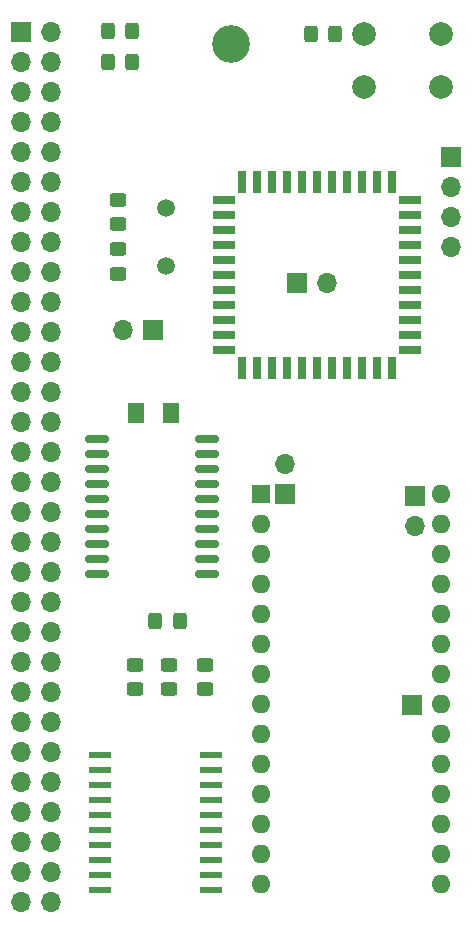
<source format=gbr>
%TF.GenerationSoftware,KiCad,Pcbnew,8.0.6+1*%
%TF.CreationDate,2024-11-21T22:42:01+01:00*%
%TF.ProjectId,8051,38303531-2e6b-4696-9361-645f70636258,rev?*%
%TF.SameCoordinates,Original*%
%TF.FileFunction,Soldermask,Top*%
%TF.FilePolarity,Negative*%
%FSLAX46Y46*%
G04 Gerber Fmt 4.6, Leading zero omitted, Abs format (unit mm)*
G04 Created by KiCad (PCBNEW 8.0.6+1) date 2024-11-21 22:42:01*
%MOMM*%
%LPD*%
G01*
G04 APERTURE LIST*
G04 Aperture macros list*
%AMRoundRect*
0 Rectangle with rounded corners*
0 $1 Rounding radius*
0 $2 $3 $4 $5 $6 $7 $8 $9 X,Y pos of 4 corners*
0 Add a 4 corners polygon primitive as box body*
4,1,4,$2,$3,$4,$5,$6,$7,$8,$9,$2,$3,0*
0 Add four circle primitives for the rounded corners*
1,1,$1+$1,$2,$3*
1,1,$1+$1,$4,$5*
1,1,$1+$1,$6,$7*
1,1,$1+$1,$8,$9*
0 Add four rect primitives between the rounded corners*
20,1,$1+$1,$2,$3,$4,$5,0*
20,1,$1+$1,$4,$5,$6,$7,0*
20,1,$1+$1,$6,$7,$8,$9,0*
20,1,$1+$1,$8,$9,$2,$3,0*%
G04 Aperture macros list end*
%ADD10C,2.000000*%
%ADD11R,1.925000X0.700000*%
%ADD12R,0.700000X1.925000*%
%ADD13R,1.700000X1.700000*%
%ADD14O,1.700000X1.700000*%
%ADD15RoundRect,0.250000X0.462500X0.625000X-0.462500X0.625000X-0.462500X-0.625000X0.462500X-0.625000X0*%
%ADD16RoundRect,0.249999X-0.325001X-0.450001X0.325001X-0.450001X0.325001X0.450001X-0.325001X0.450001X0*%
%ADD17RoundRect,0.249999X0.325001X0.450001X-0.325001X0.450001X-0.325001X-0.450001X0.325001X-0.450001X0*%
%ADD18R,1.600000X1.600000*%
%ADD19O,1.600000X1.600000*%
%ADD20RoundRect,0.249999X-0.450001X0.325001X-0.450001X-0.325001X0.450001X-0.325001X0.450001X0.325001X0*%
%ADD21C,1.500000*%
%ADD22RoundRect,0.249999X0.450001X-0.325001X0.450001X0.325001X-0.450001X0.325001X-0.450001X-0.325001X0*%
%ADD23R,1.950000X0.600000*%
%ADD24C,3.200000*%
%ADD25RoundRect,0.150000X-0.875000X-0.150000X0.875000X-0.150000X0.875000X0.150000X-0.875000X0.150000X0*%
%ADD26RoundRect,0.250000X0.450000X-0.325000X0.450000X0.325000X-0.450000X0.325000X-0.450000X-0.325000X0*%
G04 APERTURE END LIST*
D10*
%TO.C,SW1*%
X120000000Y-63500000D03*
X126500000Y-63500000D03*
X120000000Y-68000000D03*
X126500000Y-68000000D03*
%TD*%
D11*
%TO.C,U1*%
X123862500Y-83940000D03*
X123862500Y-82670000D03*
X123862500Y-81400000D03*
X123862500Y-80130000D03*
X123862500Y-78860000D03*
X123862500Y-77590000D03*
D12*
X122350000Y-76077500D03*
X121080000Y-76077500D03*
X119810000Y-76077500D03*
X118540000Y-76077500D03*
X117270000Y-76077500D03*
X116000000Y-76077500D03*
X114730000Y-76077500D03*
X113460000Y-76077500D03*
X112190000Y-76077500D03*
X110920000Y-76077500D03*
X109650000Y-76077500D03*
D11*
X108137500Y-77590000D03*
X108137500Y-78860000D03*
X108137500Y-80130000D03*
X108137500Y-81400000D03*
X108137500Y-82670000D03*
X108137500Y-83940000D03*
X108137500Y-85210000D03*
X108137500Y-86480000D03*
X108137500Y-87750000D03*
X108137500Y-89020000D03*
X108137500Y-90290000D03*
D12*
X109650000Y-91802500D03*
X110920000Y-91802500D03*
X112190000Y-91802500D03*
X113460000Y-91802500D03*
X114730000Y-91802500D03*
X116000000Y-91802500D03*
X117270000Y-91802500D03*
X118540000Y-91802500D03*
X119810000Y-91802500D03*
X121080000Y-91802500D03*
X122350000Y-91802500D03*
D11*
X123862500Y-90290000D03*
X123862500Y-89020000D03*
X123862500Y-87750000D03*
X123862500Y-86480000D03*
X123862500Y-85210000D03*
%TD*%
D13*
%TO.C,J2*%
X90960000Y-63330000D03*
D14*
X93500000Y-63330000D03*
X90960000Y-65870000D03*
X93500000Y-65870000D03*
X90960000Y-68410000D03*
X93500000Y-68410000D03*
X90960000Y-70950000D03*
X93500000Y-70950000D03*
X90960000Y-73490000D03*
X93500000Y-73490000D03*
X90960000Y-76030000D03*
X93500000Y-76030000D03*
X90960000Y-78570000D03*
X93500000Y-78570000D03*
X90960000Y-81110000D03*
X93500000Y-81110000D03*
X90960000Y-83650000D03*
X93500000Y-83650000D03*
X90960000Y-86190000D03*
X93500000Y-86190000D03*
X90960000Y-88730000D03*
X93500000Y-88730000D03*
X90960000Y-91270000D03*
X93500000Y-91270000D03*
X90960000Y-93810000D03*
X93500000Y-93810000D03*
X90960000Y-96350000D03*
X93500000Y-96350000D03*
X90960000Y-98890000D03*
X93500000Y-98890000D03*
X90960000Y-101430000D03*
X93500000Y-101430000D03*
X90960000Y-103970000D03*
X93500000Y-103970000D03*
X90960000Y-106510000D03*
X93500000Y-106510000D03*
X90960000Y-109050000D03*
X93500000Y-109050000D03*
X90960000Y-111590000D03*
X93500000Y-111590000D03*
X90960000Y-114130000D03*
X93500000Y-114130000D03*
X90960000Y-116670000D03*
X93500000Y-116670000D03*
X90960000Y-119210000D03*
X93500000Y-119210000D03*
X90960000Y-121750000D03*
X93500000Y-121750000D03*
X90960000Y-124290000D03*
X93500000Y-124290000D03*
X90960000Y-126830000D03*
X93500000Y-126830000D03*
X90960000Y-129370000D03*
X93500000Y-129370000D03*
X90960000Y-131910000D03*
X93500000Y-131910000D03*
X90960000Y-134450000D03*
X93500000Y-134450000D03*
X90960000Y-136990000D03*
X93500000Y-136990000D03*
%TD*%
D15*
%TO.C,C4*%
X103609800Y-95580200D03*
X100634800Y-95580200D03*
%TD*%
D16*
%TO.C,D1*%
X115450000Y-63500000D03*
X117500000Y-63500000D03*
%TD*%
D17*
%TO.C,R5*%
X104368600Y-113258600D03*
X102318600Y-113258600D03*
%TD*%
D16*
%TO.C,D3*%
X98280000Y-63246000D03*
X100330000Y-63246000D03*
%TD*%
%TO.C,D4*%
X98298000Y-65913000D03*
X100348000Y-65913000D03*
%TD*%
D13*
%TO.C,J3*%
X113284000Y-102489000D03*
D14*
X113284000Y-99949000D03*
%TD*%
D18*
%TO.C,U5*%
X111250000Y-102500000D03*
D19*
X111250000Y-105040000D03*
X111250000Y-107580000D03*
X111250000Y-110120000D03*
X111250000Y-112660000D03*
X111250000Y-115200000D03*
X111250000Y-117740000D03*
X111250000Y-120280000D03*
X111250000Y-122820000D03*
X111250000Y-125360000D03*
X111250000Y-127900000D03*
X111250000Y-130440000D03*
X111250000Y-132980000D03*
X111250000Y-135520000D03*
X126490000Y-135520000D03*
X126490000Y-132980000D03*
X126490000Y-130440000D03*
X126490000Y-127900000D03*
X126490000Y-125360000D03*
X126490000Y-122820000D03*
X126490000Y-120280000D03*
X126490000Y-117740000D03*
X126490000Y-115200000D03*
X126490000Y-112660000D03*
X126490000Y-110120000D03*
X126490000Y-107580000D03*
X126490000Y-105040000D03*
X126490000Y-102500000D03*
%TD*%
D13*
%TO.C,J4*%
X124333000Y-102616000D03*
D14*
X124333000Y-105156000D03*
%TD*%
D20*
%TO.C,C1*%
X99187000Y-77579000D03*
X99187000Y-79629000D03*
%TD*%
D21*
%TO.C,Y1*%
X103250000Y-78250000D03*
X103250000Y-83130000D03*
%TD*%
D22*
%TO.C,C2*%
X99187000Y-83820000D03*
X99187000Y-81770000D03*
%TD*%
D13*
%TO.C,J1*%
X114300000Y-84582000D03*
D14*
X116840000Y-84582000D03*
%TD*%
D23*
%TO.C,U2*%
X107000000Y-135965000D03*
X107000000Y-134695000D03*
X107000000Y-133425000D03*
X107000000Y-132155000D03*
X107000000Y-130885000D03*
X107000000Y-129615000D03*
X107000000Y-128345000D03*
X107000000Y-127075000D03*
X107000000Y-125805000D03*
X107000000Y-124535000D03*
X97600000Y-124535000D03*
X97600000Y-125805000D03*
X97600000Y-127075000D03*
X97600000Y-128345000D03*
X97600000Y-129615000D03*
X97600000Y-130885000D03*
X97600000Y-132155000D03*
X97600000Y-133425000D03*
X97600000Y-134695000D03*
X97600000Y-135965000D03*
%TD*%
D24*
%TO.C,H1*%
X108700000Y-64400000D03*
%TD*%
D13*
%TO.C,J5*%
X124000000Y-120300000D03*
%TD*%
D25*
%TO.C,U6*%
X97380000Y-97790000D03*
X97380000Y-99060000D03*
X97380000Y-100330000D03*
X97380000Y-101600000D03*
X97380000Y-102870000D03*
X97380000Y-104140000D03*
X97380000Y-105410000D03*
X97380000Y-106680000D03*
X97380000Y-107950000D03*
X97380000Y-109220000D03*
X106680000Y-109220000D03*
X106680000Y-107950000D03*
X106680000Y-106680000D03*
X106680000Y-105410000D03*
X106680000Y-104140000D03*
X106680000Y-102870000D03*
X106680000Y-101600000D03*
X106680000Y-100330000D03*
X106680000Y-99060000D03*
X106680000Y-97790000D03*
%TD*%
D26*
%TO.C,D6*%
X106553000Y-118999000D03*
X106553000Y-116949000D03*
%TD*%
%TO.C,D2*%
X100584000Y-119008000D03*
X100584000Y-116958000D03*
%TD*%
D13*
%TO.C,J7*%
X102088000Y-88620200D03*
D14*
X99548000Y-88620200D03*
%TD*%
D13*
%TO.C,J6*%
X127324000Y-73924000D03*
D14*
X127324000Y-76464000D03*
X127324000Y-79004000D03*
X127324000Y-81544000D03*
%TD*%
D26*
%TO.C,D5*%
X103505000Y-119017000D03*
X103505000Y-116967000D03*
%TD*%
M02*

</source>
